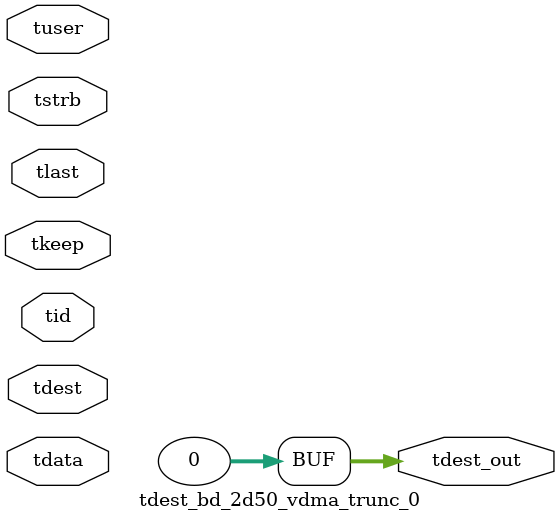
<source format=v>


`timescale 1ps/1ps

module tdest_bd_2d50_vdma_trunc_0 #
(
parameter C_S_AXIS_TDATA_WIDTH = 32,
parameter C_S_AXIS_TUSER_WIDTH = 0,
parameter C_S_AXIS_TID_WIDTH   = 0,
parameter C_S_AXIS_TDEST_WIDTH = 0,
parameter C_M_AXIS_TDEST_WIDTH = 32
)
(
input  [(C_S_AXIS_TDATA_WIDTH == 0 ? 1 : C_S_AXIS_TDATA_WIDTH)-1:0     ] tdata,
input  [(C_S_AXIS_TUSER_WIDTH == 0 ? 1 : C_S_AXIS_TUSER_WIDTH)-1:0     ] tuser,
input  [(C_S_AXIS_TID_WIDTH   == 0 ? 1 : C_S_AXIS_TID_WIDTH)-1:0       ] tid,
input  [(C_S_AXIS_TDEST_WIDTH == 0 ? 1 : C_S_AXIS_TDEST_WIDTH)-1:0     ] tdest,
input  [(C_S_AXIS_TDATA_WIDTH/8)-1:0 ] tkeep,
input  [(C_S_AXIS_TDATA_WIDTH/8)-1:0 ] tstrb,
input                                                                    tlast,
output [C_M_AXIS_TDEST_WIDTH-1:0] tdest_out
);

assign tdest_out = {1'b0};

endmodule


</source>
